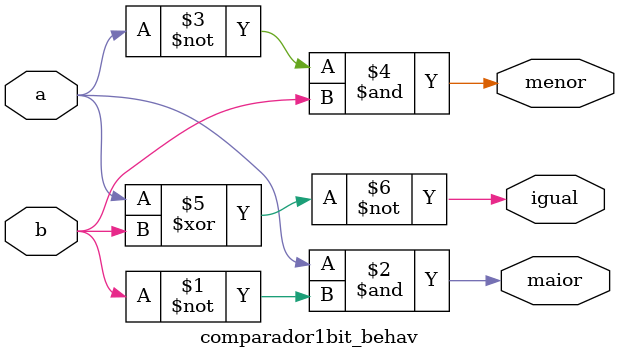
<source format=v>
module comparador1bit_behav (
    input wire a,
    input wire b,
    output wire maior, // a > b
    output wire menor, // a < b
    output wire igual  // a == b
);

    assign maior = a & (~b);

    assign menor = (~a) & b;

    assign igual = ~(a ^ b);

endmodule
</source>
